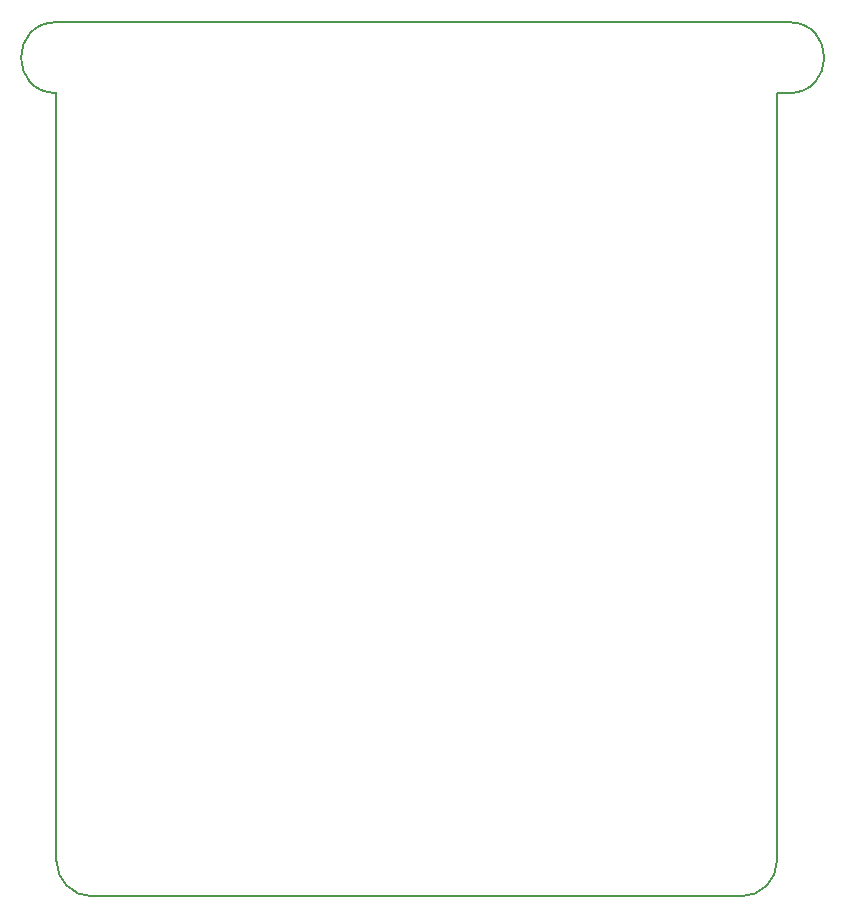
<source format=gm1>
G04 #@! TF.GenerationSoftware,KiCad,Pcbnew,(5.1.2)-2*
G04 #@! TF.CreationDate,2019-06-29T18:25:01+02:00*
G04 #@! TF.ProjectId,Milwaukee_USB_charger,4d696c77-6175-46b6-9565-5f5553425f63,rev?*
G04 #@! TF.SameCoordinates,Original*
G04 #@! TF.FileFunction,Profile,NP*
%FSLAX46Y46*%
G04 Gerber Fmt 4.6, Leading zero omitted, Abs format (unit mm)*
G04 Created by KiCad (PCBNEW (5.1.2)-2) date 2019-06-29 18:25:01*
%MOMM*%
%LPD*%
G04 APERTURE LIST*
%ADD10C,0.150000*%
G04 APERTURE END LIST*
D10*
X131000000Y-42000000D02*
X130000000Y-42000000D01*
X69000000Y-36000000D02*
X131000000Y-36000000D01*
X130000000Y-42000000D02*
X130000000Y-107000000D01*
X131000000Y-36000000D02*
G75*
G02X131000000Y-42000000I0J-3000000D01*
G01*
X69000000Y-42000000D02*
G75*
G02X69000000Y-36000000I0J3000000D01*
G01*
X72000000Y-110000000D02*
G75*
G02X69000000Y-107000000I0J3000000D01*
G01*
X130000000Y-107000000D02*
G75*
G02X127000000Y-110000000I-3000000J0D01*
G01*
X127000000Y-110000000D02*
X72000000Y-110000000D01*
X69000000Y-42000000D02*
X69000000Y-107000000D01*
M02*

</source>
